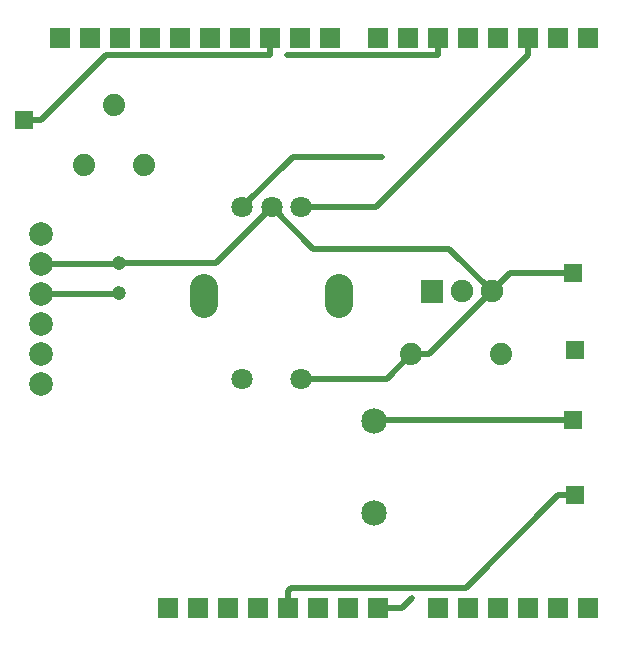
<source format=gtl>
G04 Layer: TopLayer*
G04 EasyEDA v6.4.14, 2021-01-16T22:14:06+01:00*
G04 127a1a6c01e64450920e76bbda239c08,12e5bc712d0f4a5fb02ba00eb72bdd37,10*
G04 Gerber Generator version 0.2*
G04 Scale: 100 percent, Rotated: No, Reflected: No *
G04 Dimensions in inches *
G04 leading zeros omitted , absolute positions ,3 integer and 6 decimal *
%FSLAX36Y36*%
%MOIN*%

%ADD11C,0.0200*%
%ADD12C,0.0787*%
%ADD13C,0.0740*%
%ADD15C,0.0750*%
%ADD16C,0.0470*%
%ADD17C,0.0709*%
%ADD18R,0.0620X0.0620*%
%ADD19C,0.0850*%
%ADD21C,0.0945*%

%LPD*%
D11*
X1800000Y105000D02*
G01*
X1880100Y105000D01*
X1913299Y138200D01*
X1346599Y1440399D02*
G01*
X1515000Y1608800D01*
X1811000Y1608800D01*
X2300000Y2005000D02*
G01*
X2300000Y1947899D01*
X2300000Y1947899D02*
G01*
X1792500Y1440399D01*
X1543400Y1440399D01*
X2000000Y2005000D02*
G01*
X2000000Y1947899D01*
X2000000Y1947899D02*
G01*
X1495900Y1947899D01*
X2450000Y730000D02*
G01*
X1787500Y730000D01*
X1785000Y727500D01*
X1543400Y869600D02*
G01*
X1829600Y869600D01*
X1910000Y950000D01*
X2178999Y1160000D02*
G01*
X1968999Y950000D01*
X1910000Y950000D01*
X2450000Y1220000D02*
G01*
X2238999Y1220000D01*
X2178999Y1160000D01*
X1445000Y1440399D02*
G01*
X1259600Y1255000D01*
X935000Y1255000D01*
X2178999Y1160000D02*
G01*
X2037399Y1301599D01*
X1583800Y1301599D01*
X1445000Y1440399D01*
X675200Y1253000D02*
G01*
X933000Y1253000D01*
X935000Y1255000D01*
X675200Y1153000D02*
G01*
X933000Y1153000D01*
X935000Y1155000D01*
X1500000Y105000D02*
G01*
X1500000Y162100D01*
X2455000Y480000D02*
G01*
X2399899Y480000D01*
X1500000Y162100D02*
G01*
X1510200Y172300D01*
X2092200Y172300D01*
X2399899Y480000D01*
X1440000Y1947899D02*
G01*
X893000Y1947899D01*
X675100Y1730000D01*
X1440000Y2005000D02*
G01*
X1440000Y1947899D01*
X620000Y1730000D02*
G01*
X675100Y1730000D01*
D12*
G01*
X675200Y1353029D03*
G01*
X675200Y1253029D03*
G01*
X675200Y1153029D03*
G01*
X675200Y1053029D03*
G01*
X675200Y953029D03*
G01*
X675200Y853029D03*
D13*
G01*
X820000Y1580000D03*
G01*
X920000Y1780000D03*
G01*
X1020000Y1580000D03*
G01*
X1910000Y950000D03*
G01*
X2210000Y950000D03*
G36*
X1941499Y1197500D02*
G01*
X2016499Y1197500D01*
X2016499Y1122500D01*
X1941499Y1122500D01*
G37*
D15*
G01*
X2078999Y1160000D03*
G01*
X2178999Y1160000D03*
D16*
G01*
X935000Y1255000D03*
G01*
X935000Y1155000D03*
D17*
G01*
X1543419Y869569D03*
G01*
X1346570Y869569D03*
G01*
X1543419Y1440430D03*
G01*
X1445000Y1440430D03*
G01*
X1346570Y1440430D03*
D18*
G01*
X2455000Y480000D03*
G01*
X2450000Y1220000D03*
G01*
X2450000Y730000D03*
G01*
X2455000Y965000D03*
G01*
X620000Y1730000D03*
D19*
G01*
X1785000Y727500D03*
G01*
X1785000Y422500D03*
G36*
X2066999Y2038000D02*
G01*
X2133000Y2038000D01*
X2133000Y1971999D01*
X2066999Y1971999D01*
G37*
G36*
X1966999Y138000D02*
G01*
X2033000Y138000D01*
X2033000Y71999D01*
X1966999Y71999D01*
G37*
G36*
X2166999Y2038000D02*
G01*
X2233000Y2038000D01*
X2233000Y1971999D01*
X2166999Y1971999D01*
G37*
G36*
X2266999Y2038000D02*
G01*
X2333000Y2038000D01*
X2333000Y1971999D01*
X2266999Y1971999D01*
G37*
G36*
X2366999Y2038000D02*
G01*
X2433000Y2038000D01*
X2433000Y1971999D01*
X2366999Y1971999D01*
G37*
G36*
X2466999Y2038000D02*
G01*
X2533000Y2038000D01*
X2533000Y1971999D01*
X2466999Y1971999D01*
G37*
G36*
X1966999Y2038000D02*
G01*
X2033000Y2038000D01*
X2033000Y1971999D01*
X1966999Y1971999D01*
G37*
G36*
X1866999Y2038000D02*
G01*
X1933000Y2038000D01*
X1933000Y1971999D01*
X1866999Y1971999D01*
G37*
G36*
X1766999Y2038000D02*
G01*
X1833000Y2038000D01*
X1833000Y1971999D01*
X1766999Y1971999D01*
G37*
G36*
X1606999Y2038000D02*
G01*
X1673000Y2038000D01*
X1673000Y1971999D01*
X1606999Y1971999D01*
G37*
G36*
X1506999Y2038000D02*
G01*
X1573000Y2038000D01*
X1573000Y1971999D01*
X1506999Y1971999D01*
G37*
G36*
X1406999Y2038000D02*
G01*
X1473000Y2038000D01*
X1473000Y1971999D01*
X1406999Y1971999D01*
G37*
G36*
X1306999Y2038000D02*
G01*
X1373000Y2038000D01*
X1373000Y1971999D01*
X1306999Y1971999D01*
G37*
G36*
X1206999Y2038000D02*
G01*
X1273000Y2038000D01*
X1273000Y1971999D01*
X1206999Y1971999D01*
G37*
G36*
X1106999Y2038000D02*
G01*
X1173000Y2038000D01*
X1173000Y1971999D01*
X1106999Y1971999D01*
G37*
G36*
X1006999Y2038000D02*
G01*
X1073000Y2038000D01*
X1073000Y1971999D01*
X1006999Y1971999D01*
G37*
G36*
X906999Y2038000D02*
G01*
X973000Y2038000D01*
X973000Y1971999D01*
X906999Y1971999D01*
G37*
G36*
X2066999Y138000D02*
G01*
X2133000Y138000D01*
X2133000Y71999D01*
X2066999Y71999D01*
G37*
G36*
X2166999Y138000D02*
G01*
X2233000Y138000D01*
X2233000Y71999D01*
X2166999Y71999D01*
G37*
G36*
X2266999Y138000D02*
G01*
X2333000Y138000D01*
X2333000Y71999D01*
X2266999Y71999D01*
G37*
G36*
X2366999Y138000D02*
G01*
X2433000Y138000D01*
X2433000Y71999D01*
X2366999Y71999D01*
G37*
G36*
X2466999Y138000D02*
G01*
X2533000Y138000D01*
X2533000Y71999D01*
X2466999Y71999D01*
G37*
G36*
X1766999Y138000D02*
G01*
X1833000Y138000D01*
X1833000Y71999D01*
X1766999Y71999D01*
G37*
G36*
X1666999Y138000D02*
G01*
X1733000Y138000D01*
X1733000Y71999D01*
X1666999Y71999D01*
G37*
G36*
X1566999Y138000D02*
G01*
X1633000Y138000D01*
X1633000Y71999D01*
X1566999Y71999D01*
G37*
G36*
X1466999Y138000D02*
G01*
X1533000Y138000D01*
X1533000Y71999D01*
X1466999Y71999D01*
G37*
G36*
X1366999Y138000D02*
G01*
X1433000Y138000D01*
X1433000Y71999D01*
X1366999Y71999D01*
G37*
G36*
X1266999Y138000D02*
G01*
X1333000Y138000D01*
X1333000Y71999D01*
X1266999Y71999D01*
G37*
G36*
X806999Y2038000D02*
G01*
X873000Y2038000D01*
X873000Y1971999D01*
X806999Y1971999D01*
G37*
G36*
X706999Y2038000D02*
G01*
X773000Y2038000D01*
X773000Y1971999D01*
X706999Y1971999D01*
G37*
G36*
X1166999Y138000D02*
G01*
X1233000Y138000D01*
X1233000Y71999D01*
X1166999Y71999D01*
G37*
G36*
X1066999Y138000D02*
G01*
X1133000Y138000D01*
X1133000Y71999D01*
X1066999Y71999D01*
G37*
D11*
G01*
X1913299Y138200D03*
G01*
X1811000Y1608800D03*
G01*
X1495900Y1947899D03*
D21*
X1669409Y1117600D02*
G01*
X1669409Y1172719D01*
X1220590Y1117600D02*
G01*
X1220590Y1172719D01*
M02*

</source>
